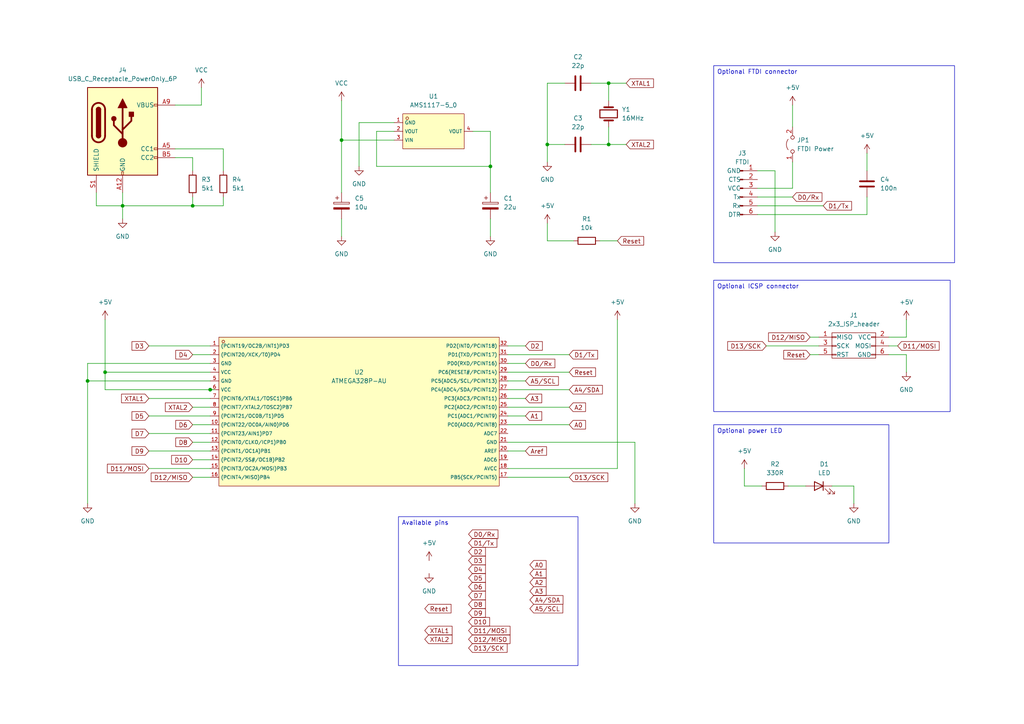
<source format=kicad_sch>
(kicad_sch (version 20231120) (generator "eeschema") (generator_version "8.0")
  (paper "A4")
  (lib_symbols
    (symbol "+5V_1" (power) (pin_numbers hide) (pin_names (offset 0) hide)
      (property "Value" "+5V" (at 0 3.556 0))
      (symbol "+5V_1_0_1"
        (polyline (pts (xy -0.762 1.27) (xy 0 2.54)))
        (polyline (pts (xy 0 0) (xy 0 2.54)))
        (polyline (pts (xy 0 2.54) (xy 0.762 1.27)))
      )
      (symbol "+5V_1_1_1"
        (pin power_in line (at 0 0 90) (length 0) (name "~") (number "1"))
      )
    )
    (symbol "+5V_2" (power) (pin_numbers hide) (pin_names (offset 0) hide)
      (property "Value" "+5V" (at 0 3.556 0))
      (symbol "+5V_2_0_1"
        (polyline (pts (xy -0.762 1.27) (xy 0 2.54)))
        (polyline (pts (xy 0 0) (xy 0 2.54)))
        (polyline (pts (xy 0 2.54) (xy 0.762 1.27)))
      )
      (symbol "+5V_2_1_1"
        (pin power_in line (at 0 0 90) (length 0) (name "~") (number "1"))
      )
    )
    (symbol "+5V_3" (power) (pin_numbers hide) (pin_names (offset 0) hide)
      (property "Value" "+5V" (at 0 3.556 0))
      (symbol "+5V_3_0_1"
        (polyline (pts (xy -0.762 1.27) (xy 0 2.54)))
        (polyline (pts (xy 0 0) (xy 0 2.54)))
        (polyline (pts (xy 0 2.54) (xy 0.762 1.27)))
      )
      (symbol "+5V_3_1_1"
        (pin power_in line (at 0 0 90) (length 0) (name "~") (number "1"))
      )
    )
    (symbol "Connector:USB_C_Receptacle_PowerOnly_6P" (pin_names (offset 1.016))
      (property "Reference" "J" (at 0 16.51 0))
      (property "Value" "USB_C_Receptacle_PowerOnly_6P" (at 0 13.97 0))
      (symbol "USB_C_Receptacle_PowerOnly_6P_0_0"
        (rectangle (start -0.254 -12.7) (end 0.254 -11.684))
        (rectangle (start 10.16 -7.366) (end 9.144 -7.874))
        (rectangle (start 10.16 -4.826) (end 9.144 -5.334))
        (rectangle (start 10.16 7.874) (end 9.144 7.366))
      )
      (symbol "USB_C_Receptacle_PowerOnly_6P_0_1"
        (rectangle (start -10.16 12.7) (end 10.16 -12.7) (stroke (width 0.254)) (fill (type background)))
        (arc (start -8.89 -1.27) (mid -6.985 -3.1667) (end -5.08 -1.27) (stroke (width 0.508)))
        (arc (start -7.62 -1.27) (mid -6.985 -1.9023) (end -6.35 -1.27) (stroke (width 0.254)))
        (arc (start -7.62 -1.27) (mid -6.985 -1.9023) (end -6.35 -1.27) (stroke (width 0.254)) (fill (type outline)))
        (rectangle (start -7.62 -1.27) (end -6.35 6.35) (stroke (width 0.254)) (fill (type outline)))
        (arc (start -6.35 6.35) (mid -6.985 6.9823) (end -7.62 6.35) (stroke (width 0.254)))
        (arc (start -6.35 6.35) (mid -6.985 6.9823) (end -7.62 6.35) (stroke (width 0.254)) (fill (type outline)))
        (arc (start -5.08 6.35) (mid -6.985 8.2467) (end -8.89 6.35) (stroke (width 0.508)))
        (circle (center -2.54 3.683) (radius 0.635) (stroke (width 0.254)) (fill (type outline)))
        (circle (center 0 -3.302) (radius 1.27) (fill (type outline)))
        (polyline (pts (xy -8.89 -1.27) (xy -8.89 6.35)) (stroke (width 0.508)))
        (polyline (pts (xy -5.08 6.35) (xy -5.08 -1.27)) (stroke (width 0.508)))
        (polyline (pts (xy 0 -3.302) (xy 0 6.858)) (stroke (width 0.508)))
        (polyline (pts (xy 0 -0.762) (xy -2.54 1.778) (xy -2.54 3.048)) (stroke (width 0.508)))
        (polyline (pts (xy 0 0.508) (xy 2.54 3.048) (xy 2.54 4.318)) (stroke (width 0.508)))
        (polyline (pts (xy -1.27 6.858) (xy 0 9.398) (xy 1.27 6.858) (xy -1.27 6.858)) (stroke (width 0.254)) (fill (type outline)))
        (rectangle (start 1.905 4.318) (end 3.175 5.588) (stroke (width 0.254)) (fill (type outline)))
      )
      (symbol "USB_C_Receptacle_PowerOnly_6P_1_1"
        (pin passive line (at 0 -17.78 90) (length 5.08) (name "GND") (number "A12"))
        (pin bidirectional line (at 15.24 -5.08 180) (length 5.08) (name "CC1") (number "A5"))
        (pin passive line (at 15.24 7.62 180) (length 5.08) (name "VBUS") (number "A9"))
        (pin passive line (at 0 -17.78 90) (length 5.08) hide (name "GND") (number "B12"))
        (pin bidirectional line (at 15.24 -7.62 180) (length 5.08) (name "CC2") (number "B5"))
        (pin passive line (at 15.24 7.62 180) (length 5.08) hide (name "VBUS") (number "B9"))
        (pin passive line (at -7.62 -17.78 90) (length 5.08) (name "SHIELD") (number "S1"))
      )
    )
    (symbol "Device:C" (pin_numbers hide) (pin_names (offset 0.254))
      (property "Reference" "C" (at 0.635 2.54 0))
      (property "Value" "C" (at 0.635 -2.54 0))
      (symbol "C_0_1"
        (polyline (pts (xy -2.032 -0.762) (xy 2.032 -0.762)) (stroke (width 0.508)))
        (polyline (pts (xy -2.032 0.762) (xy 2.032 0.762)) (stroke (width 0.508)))
      )
      (symbol "C_1_1"
        (pin passive line (at 0 3.81 270) (length 2.794) (name "~") (number "1"))
        (pin passive line (at 0 -3.81 90) (length 2.794) (name "~") (number "2"))
      )
    )
    (symbol "Device:C_Polarized" (pin_numbers hide) (pin_names (offset 0.254))
      (property "Reference" "C" (at 0.635 2.54 0))
      (property "Value" "C_Polarized" (at 0.635 -2.54 0))
      (symbol "C_Polarized_0_1"
        (rectangle (start -2.286 0.508) (end 2.286 1.016))
        (polyline (pts (xy -1.778 2.286) (xy -0.762 2.286)))
        (polyline (pts (xy -1.27 2.794) (xy -1.27 1.778)))
        (rectangle (start 2.286 -0.508) (end -2.286 -1.016) (fill (type outline)))
      )
      (symbol "C_Polarized_1_1"
        (pin passive line (at 0 3.81 270) (length 2.794) (name "~") (number "1"))
        (pin passive line (at 0 -3.81 90) (length 2.794) (name "~") (number "2"))
      )
    )
    (symbol "Device:Crystal" (pin_numbers hide) (pin_names (offset 1.016) hide)
      (property "Reference" "Y" (at 0 3.81 0))
      (property "Value" "Crystal" (at 0 -3.81 0))
      (symbol "Crystal_0_1"
        (rectangle (start -1.143 2.54) (end 1.143 -2.54) (stroke (width 0.3048)))
        (polyline (pts (xy -2.54 0) (xy -1.905 0)))
        (polyline (pts (xy -1.905 -1.27) (xy -1.905 1.27)) (stroke (width 0.508)))
        (polyline (pts (xy 1.905 -1.27) (xy 1.905 1.27)) (stroke (width 0.508)))
        (polyline (pts (xy 2.54 0) (xy 1.905 0)))
      )
      (symbol "Crystal_1_1"
        (pin passive line (at -3.81 0 0) (length 1.27) (name "1") (number "1"))
        (pin passive line (at 3.81 0 180) (length 1.27) (name "2") (number "2"))
      )
    )
    (symbol "Device:LED" (pin_numbers hide) (pin_names (offset 1.016) hide)
      (property "Reference" "D" (at 0 2.54 0))
      (property "Value" "LED" (at 0 -2.54 0))
      (symbol "LED_0_1"
        (polyline (pts (xy -1.27 -1.27) (xy -1.27 1.27)) (stroke (width 0.254)))
        (polyline (pts (xy -1.27 0) (xy 1.27 0)))
        (polyline (pts (xy 1.27 -1.27) (xy 1.27 1.27) (xy -1.27 0) (xy 1.27 -1.27)) (stroke (width 0.254)))
        (polyline (pts (xy -3.048 -0.762) (xy -4.572 -2.286) (xy -3.81 -2.286) (xy -4.572 -2.286) (xy -4.572 -1.524)))
        (polyline (pts (xy -1.778 -0.762) (xy -3.302 -2.286) (xy -2.54 -2.286) (xy -3.302 -2.286) (xy -3.302 -1.524)))
      )
      (symbol "LED_1_1"
        (pin passive line (at -3.81 0 0) (length 2.54) (name "K") (number "1"))
        (pin passive line (at 3.81 0 180) (length 2.54) (name "A") (number "2"))
      )
    )
    (symbol "Device:R" (pin_numbers hide) (pin_names (offset 0))
      (property "Reference" "R" (at 2.032 0 90))
      (property "Value" "R" (at 0 0 90))
      (symbol "R_0_1"
        (rectangle (start -1.016 -2.54) (end 1.016 2.54) (stroke (width 0.254)))
      )
      (symbol "R_1_1"
        (pin passive line (at 0 3.81 270) (length 1.27) (name "~") (number "1"))
        (pin passive line (at 0 -3.81 90) (length 1.27) (name "~") (number "2"))
      )
    )
    (symbol "GND_2" (power) (pin_numbers hide) (pin_names (offset 0) hide)
      (property "Value" "GND" (at 0 -3.81 0))
      (symbol "GND_2_0_1"
        (polyline (pts (xy 0 0) (xy 0 -1.27) (xy 1.27 -1.27) (xy 0 -2.54) (xy -1.27 -1.27) (xy 0 -1.27)))
      )
      (symbol "GND_2_1_1"
        (pin power_in line (at 0 0 270) (length 0) (name "~") (number "1"))
      )
    )
    (symbol "GND_3" (power) (pin_numbers hide) (pin_names (offset 0) hide)
      (property "Value" "GND" (at 0 -3.81 0))
      (symbol "GND_3_0_1"
        (polyline (pts (xy 0 0) (xy 0 -1.27) (xy 1.27 -1.27) (xy 0 -2.54) (xy -1.27 -1.27) (xy 0 -1.27)))
      )
      (symbol "GND_3_1_1"
        (pin power_in line (at 0 0 270) (length 0) (name "~") (number "1"))
      )
    )
    (symbol "GND_4" (power) (pin_numbers hide) (pin_names (offset 0) hide)
      (property "Value" "GND" (at 0 -3.81 0))
      (symbol "GND_4_0_1"
        (polyline (pts (xy 0 0) (xy 0 -1.27) (xy 1.27 -1.27) (xy 0 -2.54) (xy -1.27 -1.27) (xy 0 -1.27)))
      )
      (symbol "GND_4_1_1"
        (pin power_in line (at 0 0 270) (length 0) (name "~") (number "1"))
      )
    )
    (symbol "JLC2KiCad_Symbols:AMS1117-5_0"
      (property "Reference" "U" (at 3.81 3.81 0))
      (property "Value" "AMS1117-5_0" (at 11.43 -9.525 0))
      (symbol "AMS1117-5_0_0_0"
        (rectangle (start 2.54 2.54) (end 20.32 -7.62) (fill (type background)))
        (circle (center 3.81 1.27) (radius 0.381) (fill (type background)))
        (pin unspecified line (at 0 0 0) (length 2.54) (name "GND") (number "1"))
        (pin unspecified line (at 0 -2.54 0) (length 2.54) (name "VOUT") (number "2"))
        (pin unspecified line (at 0 -5.08 0) (length 2.54) (name "VIN") (number "3"))
        (pin unspecified line (at 22.86 -2.54 180) (length 2.54) (name "VOUT") (number "4"))
      )
    )
    (symbol "JLC2KiCad_Symbols:ATMEGA328P-AU"
      (property "Reference" "U" (at 4.445 4.445 0))
      (property "Value" "ATMEGA328P-AU" (at 43.18 -43.18 0))
      (symbol "ATMEGA328P-AU_0_0"
        (rectangle (start 2.54 2.54) (end 83.82 -40.64) (fill (type background)))
        (circle (center 3.81 1.27) (radius 0.381) (fill (type background)))
        (pin unspecified line (at 0 0 0) (length 2.54) (name "(PCINT19/OC2B/INT1)PD3") (number "1"))
        (pin unspecified line (at 0 -22.86 0) (length 2.54) (name "(PCINT22/OC0A/AIN0)PD6") (number "10"))
        (pin unspecified line (at 0 -25.4 0) (length 2.54) (name "(PCINT23/AIN1)PD7") (number "11"))
        (pin unspecified line (at 0 -27.94 0) (length 2.54) (name "(PCINT0/CLKO/ICP1)PB0") (number "12"))
        (pin unspecified line (at 0 -30.48 0) (length 2.54) (name "(PCINT1/OC1A)PB1") (number "13"))
        (pin unspecified line (at 0 -33.02 0) (length 2.54) (name "(PCINT2/SS#/OC1B)PB2") (number "14"))
        (pin unspecified line (at 0 -35.56 0) (length 2.54) (name "(PCINT3/OC2A/MOSI)PB3") (number "15"))
        (pin unspecified line (at 0 -38.1 0) (length 2.54) (name "(PCINT4/MISO)PB4") (number "16"))
        (pin unspecified line (at 86.36 -38.1 180) (length 2.54) (name "PB5(SCK/PCINT5)") (number "17"))
        (pin unspecified line (at 86.36 -35.56 180) (length 2.54) (name "AVCC") (number "18"))
        (pin unspecified line (at 86.36 -33.02 180) (length 2.54) (name "ADC6") (number "19"))
        (pin unspecified line (at 0 -2.54 0) (length 2.54) (name "(PCINT20/XCK/T0)PD4") (number "2"))
        (pin unspecified line (at 86.36 -30.48 180) (length 2.54) (name "AREF") (number "20"))
        (pin unspecified line (at 86.36 -27.94 180) (length 2.54) (name "GND") (number "21"))
        (pin unspecified line (at 86.36 -25.4 180) (length 2.54) (name "ADC7") (number "22"))
        (pin unspecified line (at 86.36 -22.86 180) (length 2.54) (name "PC0(ADC0/PCINT8)") (number "23"))
        (pin unspecified line (at 86.36 -20.32 180) (length 2.54) (name "PC1(ADC1/PCINT9)") (number "24"))
        (pin unspecified line (at 86.36 -17.78 180) (length 2.54) (name "PC2(ADC2/PCINT10)") (number "25"))
        (pin unspecified line (at 86.36 -15.24 180) (length 2.54) (name "PC3(ADC3/PCINT11)") (number "26"))
        (pin unspecified line (at 86.36 -12.7 180) (length 2.54) (name "PC4(ADC4/SDA/PCINT12)") (number "27"))
        (pin unspecified line (at 86.36 -10.16 180) (length 2.54) (name "PC5(ADC5/SCL/PCINT13)") (number "28"))
        (pin unspecified line (at 86.36 -7.62 180) (length 2.54) (name "PC6(RESET#/PCINT14)") (number "29"))
        (pin unspecified line (at 0 -5.08 0) (length 2.54) (name "GND") (number "3"))
        (pin unspecified line (at 86.36 -5.08 180) (length 2.54) (name "PD0(RXD/PCINT16)") (number "30"))
        (pin unspecified line (at 86.36 -2.54 180) (length 2.54) (name "PD1(TXD/PCINT17)") (number "31"))
        (pin unspecified line (at 86.36 0 180) (length 2.54) (name "PD2(INT0/PCINT18)") (number "32"))
        (pin unspecified line (at 0 -7.62 0) (length 2.54) (name "VCC") (number "4"))
        (pin unspecified line (at 0 -10.16 0) (length 2.54) (name "GND") (number "5"))
        (pin unspecified line (at 0 -12.7 0) (length 2.54) (name "VCC") (number "6"))
        (pin unspecified line (at 0 -15.24 0) (length 2.54) (name "(PCINT6/XTAL1/TOSC1)PB6") (number "7"))
        (pin unspecified line (at 0 -17.78 0) (length 2.54) (name "(PCINT7/XTAL2/TOSC2)PB7") (number "8"))
        (pin unspecified line (at 0 -20.32 0) (length 2.54) (name "(PCINT21/OC0B/T1)PD5") (number "9"))
      )
    )
    (symbol "Jumper:Jumper_2_Open" (pin_names (offset 0) hide)
      (property "Reference" "JP" (at 0 2.794 0))
      (property "Value" "Jumper_2_Open" (at 0 -2.286 0))
      (symbol "Jumper_2_Open_0_0"
        (circle (center -2.032 0) (radius 0.508))
        (circle (center 2.032 0) (radius 0.508))
      )
      (symbol "Jumper_2_Open_0_1"
        (arc (start 1.524 1.27) (mid 0 1.778) (end -1.524 1.27))
      )
      (symbol "Jumper_2_Open_1_1"
        (pin passive line (at -5.08 0 0) (length 2.54) (name "A") (number "1"))
        (pin passive line (at 5.08 0 180) (length 2.54) (name "B") (number "2"))
      )
    )
    (symbol "My_Headers:2x3_ISP_header" (pin_names (offset 1.27))
      (property "Reference" "J" (at 1.27 5.08 0))
      (property "Value" "2x3_ISP_header" (at 4.826 -4.826 0))
      (symbol "2x3_ISP_header_0_1"
        (rectangle (start -1.27 -3.556) (end 11.43 3.81))
      )
      (symbol "2x3_ISP_header_1_1"
        (rectangle (start -1.27 -2.413) (end 0 -2.667) (stroke (width 0.1524)))
        (rectangle (start -1.27 0.127) (end 0 -0.127) (stroke (width 0.1524)))
        (rectangle (start -1.27 2.667) (end 0 2.413) (stroke (width 0.1524)))
        (rectangle (start 11.43 -2.413) (end 10.16 -2.667) (stroke (width 0.1524)))
        (rectangle (start 11.43 0.127) (end 10.16 -0.127) (stroke (width 0.1524)))
        (rectangle (start 11.43 2.667) (end 10.16 2.413) (stroke (width 0.1524)))
        (pin passive line (at -5.08 2.54 0) (length 3.81) (name "MISO") (number "1"))
        (pin passive line (at 15.24 2.54 180) (length 3.81) (name "VCC") (number "2"))
        (pin passive line (at -5.08 0 0) (length 3.81) (name "SCK") (number "3"))
        (pin passive line (at 15.24 0 180) (length 3.81) (name "MOSI") (number "4"))
        (pin passive line (at -5.08 -2.54 0) (length 3.81) (name "RST") (number "5"))
        (pin passive line (at 15.24 -2.54 180) (length 3.81) (name "GND") (number "6"))
      )
    )
    (symbol "My_Headers:6-pin_FTDI_header" (pin_names (offset 1.016))
      (property "Reference" "J" (at 0 7.62 0))
      (property "Value" "6-pin_FTDI_header" (at 0 -10.16 0))
      (symbol "6-pin_FTDI_header_1_1"
        (polyline (pts (xy 1.27 -7.62) (xy 0.8636 -7.62)) (stroke (width 0.1524)))
        (polyline (pts (xy 1.27 -5.08) (xy 0.8636 -5.08)) (stroke (width 0.1524)))
        (polyline (pts (xy 1.27 -2.54) (xy 0.8636 -2.54)) (stroke (width 0.1524)))
        (polyline (pts (xy 1.27 0) (xy 0.8636 0)) (stroke (width 0.1524)))
        (polyline (pts (xy 1.27 2.54) (xy 0.8636 2.54)) (stroke (width 0.1524)))
        (polyline (pts (xy 1.27 5.08) (xy 0.8636 5.08)) (stroke (width 0.1524)))
        (rectangle (start 0.8636 -7.493) (end 0 -7.747) (stroke (width 0.1524)) (fill (type outline)))
        (rectangle (start 0.8636 -4.953) (end 0 -5.207) (stroke (width 0.1524)) (fill (type outline)))
        (rectangle (start 0.8636 -2.413) (end 0 -2.667) (stroke (width 0.1524)) (fill (type outline)))
        (rectangle (start 0.8636 0.127) (end 0 -0.127) (stroke (width 0.1524)) (fill (type outline)))
        (rectangle (start 0.8636 2.667) (end 0 2.413) (stroke (width 0.1524)) (fill (type outline)))
        (rectangle (start 0.8636 5.207) (end 0 4.953) (stroke (width 0.1524)) (fill (type outline)))
        (pin passive line (at 5.08 5.08 180) (length 3.81) (name "GND") (number "1"))
        (pin passive line (at 5.08 2.54 180) (length 3.81) (name "CTS") (number "2"))
        (pin passive line (at 5.08 0 180) (length 3.81) (name "VCC") (number "3"))
        (pin passive line (at 5.08 -2.54 180) (length 3.81) (name "Tx") (number "4"))
        (pin passive line (at 5.08 -5.08 180) (length 3.81) (name "Rx") (number "5"))
        (pin passive line (at 5.08 -7.62 180) (length 3.81) (name "DTR") (number "6"))
      )
    )
    (symbol "power:+5V" (power) (pin_names (offset 0))
      (property "Value" "+5V" (at 0 3.556 0))
      (symbol "+5V_0_1"
        (polyline (pts (xy -0.762 1.27) (xy 0 2.54)))
        (polyline (pts (xy 0 0) (xy 0 2.54)))
        (polyline (pts (xy 0 2.54) (xy 0.762 1.27)))
      )
      (symbol "+5V_1_1"
        (pin power_in line (at 0 0 90) (length 0) hide (name "+5V") (number "1"))
      )
    )
    (symbol "power:GND" (power) (pin_names (offset 0))
      (property "Value" "GND" (at 0 -3.81 0))
      (symbol "GND_0_1"
        (polyline (pts (xy 0 0) (xy 0 -1.27) (xy 1.27 -1.27) (xy 0 -2.54) (xy -1.27 -1.27) (xy 0 -1.27)))
      )
      (symbol "GND_1_1"
        (pin power_in line (at 0 0 270) (length 0) hide (name "GND") (number "1"))
      )
    )
    (symbol "power:VCC" (power) (pin_names (offset 0))
      (property "Value" "VCC" (at 0 3.81 0))
      (symbol "VCC_0_1"
        (polyline (pts (xy -0.762 1.27) (xy 0 2.54)))
        (polyline (pts (xy 0 0) (xy 0 2.54)))
        (polyline (pts (xy 0 2.54) (xy 0.762 1.27)))
      )
      (symbol "VCC_1_1"
        (pin power_in line (at 0 0 90) (length 0) hide (name "VCC") (number "1"))
      )
    )
  )
  (junction (at 158.75 41.91))
  (junction (at 55.88 59.69))
  (junction (at 99.06 40.64))
  (junction (at 35.56 59.69))
  (junction (at 176.53 24.13))
  (junction (at 176.53 41.91))
  (junction (at 30.48 107.95))
  (junction (at 60.96 113.03))
  (junction (at 25.4 110.49))
  (junction (at 142.24 48.26))
  (wire (pts (xy 262.89 97.79) (xy 262.89 92.71)))
  (wire (pts (xy 251.46 57.15) (xy 251.46 62.23)))
  (wire (pts (xy 262.89 102.87) (xy 262.89 107.95)))
  (wire (pts (xy 166.37 69.85) (xy 158.75 69.85)))
  (wire (pts (xy 50.8 43.18) (xy 64.77 43.18)))
  (wire (pts (xy 147.32 115.57) (xy 152.4 115.57)))
  (wire (pts (xy 176.53 41.91) (xy 171.45 41.91)))
  (wire (pts (xy 55.88 45.72) (xy 50.8 45.72)))
  (wire (pts (xy 60.96 128.27) (xy 55.88 128.27)))
  (wire (pts (xy 142.24 48.26) (xy 142.24 55.88)))
  (wire (pts (xy 158.75 24.13) (xy 158.75 41.91)))
  (wire (pts (xy 234.95 102.87) (xy 237.49 102.87)))
  (wire (pts (xy 60.96 135.89) (xy 43.18 135.89)))
  (wire (pts (xy 147.32 123.19) (xy 165.1 123.19)))
  (wire (pts (xy 64.77 43.18) (xy 64.77 49.53)))
  (wire (pts (xy 147.32 138.43) (xy 165.1 138.43)))
  (wire (pts (xy 25.4 110.49) (xy 60.96 110.49)))
  (wire (pts (xy 25.4 146.05) (xy 25.4 110.49)))
  (wire (pts (xy 163.83 24.13) (xy 158.75 24.13)))
  (wire (pts (xy 158.75 41.91) (xy 163.83 41.91)))
  (wire (pts (xy 109.22 48.26) (xy 142.24 48.26)))
  (wire (pts (xy 219.71 49.53) (xy 224.79 49.53)))
  (wire (pts (xy 60.96 138.43) (xy 55.88 138.43)))
  (wire (pts (xy 176.53 41.91) (xy 181.61 41.91)))
  (wire (pts (xy 251.46 62.23) (xy 219.71 62.23)))
  (wire (pts (xy 147.32 110.49) (xy 152.4 110.49)))
  (wire (pts (xy 99.06 40.64) (xy 99.06 29.21)))
  (wire (pts (xy 64.77 57.15) (xy 64.77 59.69)))
  (wire (pts (xy 147.32 105.41) (xy 152.4 105.41)))
  (wire (pts (xy 224.79 49.53) (xy 224.79 67.31)))
  (wire (pts (xy 114.3 38.1) (xy 109.22 38.1)))
  (wire (pts (xy 142.24 48.26) (xy 142.24 38.1)))
  (wire (pts (xy 220.98 140.97) (xy 215.9 140.97)))
  (wire (pts (xy 179.07 92.71) (xy 179.07 135.89)))
  (wire (pts (xy 30.48 107.95) (xy 30.48 92.71)))
  (wire (pts (xy 176.53 29.21) (xy 176.53 24.13)))
  (wire (pts (xy 30.48 107.95) (xy 60.96 107.95)))
  (wire (pts (xy 229.87 30.48) (xy 229.87 36.83)))
  (wire (pts (xy 222.25 100.33) (xy 237.49 100.33)))
  (wire (pts (xy 99.06 40.64) (xy 99.06 55.88)))
  (wire (pts (xy 251.46 44.45) (xy 251.46 49.53)))
  (wire (pts (xy 142.24 63.5) (xy 142.24 68.58)))
  (wire (pts (xy 257.81 100.33) (xy 260.35 100.33)))
  (wire (pts (xy 219.71 57.15) (xy 229.87 57.15)))
  (wire (pts (xy 215.9 135.89) (xy 215.9 140.97)))
  (wire (pts (xy 60.96 123.19) (xy 55.88 123.19)))
  (wire (pts (xy 147.32 113.03) (xy 165.1 113.03)))
  (wire (pts (xy 257.81 97.79) (xy 262.89 97.79)))
  (wire (pts (xy 60.96 125.73) (xy 43.18 125.73)))
  (wire (pts (xy 64.77 59.69) (xy 55.88 59.69)))
  (wire (pts (xy 158.75 69.85) (xy 158.75 64.77)))
  (wire (pts (xy 27.94 59.69) (xy 35.56 59.69)))
  (wire (pts (xy 55.88 57.15) (xy 55.88 59.69)))
  (wire (pts (xy 35.56 55.88) (xy 35.56 59.69)))
  (wire (pts (xy 35.56 59.69) (xy 35.56 63.5)))
  (wire (pts (xy 50.8 30.48) (xy 58.42 30.48)))
  (wire (pts (xy 60.96 105.41) (xy 25.4 105.41)))
  (wire (pts (xy 58.42 30.48) (xy 58.42 25.4)))
  (wire (pts (xy 55.88 49.53) (xy 55.88 45.72)))
  (wire (pts (xy 173.99 69.85) (xy 179.07 69.85)))
  (wire (pts (xy 27.94 55.88) (xy 27.94 59.69)))
  (wire (pts (xy 60.96 102.87) (xy 55.88 102.87)))
  (wire (pts (xy 60.96 118.11) (xy 55.88 118.11)))
  (wire (pts (xy 60.96 115.57) (xy 43.18 115.57)))
  (wire (pts (xy 99.06 63.5) (xy 99.06 68.58)))
  (wire (pts (xy 60.96 113.03) (xy 30.48 113.03)))
  (wire (pts (xy 247.65 140.97) (xy 247.65 146.05)))
  (wire (pts (xy 114.3 35.56) (xy 104.14 35.56)))
  (wire (pts (xy 142.24 38.1) (xy 137.16 38.1)))
  (wire (pts (xy 176.53 36.83) (xy 176.53 41.91)))
  (wire (pts (xy 147.32 120.65) (xy 152.4 120.65)))
  (wire (pts (xy 104.14 35.56) (xy 104.14 48.26)))
  (wire (pts (xy 176.53 24.13) (xy 171.45 24.13)))
  (wire (pts (xy 241.3 140.97) (xy 247.65 140.97)))
  (wire (pts (xy 147.32 135.89) (xy 179.07 135.89)))
  (wire (pts (xy 147.32 107.95) (xy 165.1 107.95)))
  (wire (pts (xy 147.32 102.87) (xy 165.1 102.87)))
  (wire (pts (xy 62.23 113.03) (xy 60.96 113.03)))
  (wire (pts (xy 147.32 118.11) (xy 165.1 118.11)))
  (wire (pts (xy 184.15 146.05) (xy 184.15 128.27)))
  (wire (pts (xy 60.96 100.33) (xy 43.18 100.33)))
  (wire (pts (xy 229.87 46.99) (xy 229.87 54.61)))
  (wire (pts (xy 114.3 40.64) (xy 99.06 40.64)))
  (wire (pts (xy 60.96 130.81) (xy 43.18 130.81)))
  (wire (pts (xy 219.71 59.69) (xy 238.76 59.69)))
  (wire (pts (xy 228.6 140.97) (xy 233.68 140.97)))
  (wire (pts (xy 158.75 41.91) (xy 158.75 46.99)))
  (wire (pts (xy 184.15 128.27) (xy 147.32 128.27)))
  (wire (pts (xy 60.96 120.65) (xy 43.18 120.65)))
  (wire (pts (xy 147.32 100.33) (xy 152.4 100.33)))
  (wire (pts (xy 176.53 24.13) (xy 181.61 24.13)))
  (wire (pts (xy 234.95 97.79) (xy 237.49 97.79)))
  (wire (pts (xy 60.96 133.35) (xy 55.88 133.35)))
  (wire (pts (xy 25.4 105.41) (xy 25.4 110.49)))
  (wire (pts (xy 257.81 102.87) (xy 262.89 102.87)))
  (wire (pts (xy 109.22 38.1) (xy 109.22 48.26)))
  (wire (pts (xy 219.71 54.61) (xy 229.87 54.61)))
  (wire (pts (xy 55.88 59.69) (xy 35.56 59.69)))
  (wire (pts (xy 30.48 113.03) (xy 30.48 107.95)))
  (wire (pts (xy 147.32 130.81) (xy 152.4 130.81)))
  (text_box "Optional FTDI connector" (at 207.01 19.05 0) (size 69.85 57.15) (effects (font (size 1.27 1.27)) (justify left top)))
  (text_box "Available pins" (at 115.57 149.86 0) (size 52.07 43.18) (effects (font (size 1.27 1.27)) (justify left top)))
  (text_box "Optional ICSP connector" (at 207.01 81.28 0) (size 68.58 38.1) (effects (font (size 1.27 1.27)) (justify left top)))
  (text_box "Optional power LED" (at 207.01 123.19 0) (size 50.8 34.29) (effects (font (size 1.27 1.27)) (justify left top)))
  (global_label "D1{slash}Tx" (shape input) (at 238.76 59.69 0) (property "Intersheetrefs" "${INTERSHEET_REFS}" (effects (hide yes))))
  (global_label "D11{slash}MOSI" (shape input) (at 135.89 182.88 0) (property "Intersheetrefs" "${INTERSHEET_REFS}" (effects (hide yes))))
  (global_label "XTAL2" (shape input) (at 181.61 41.91 0) (property "Intersheetrefs" "${INTERSHEET_REFS}" (effects (hide yes))))
  (global_label "D0{slash}Rx" (shape input) (at 229.87 57.15 0) (property "Intersheetrefs" "${INTERSHEET_REFS}" (effects (hide yes))))
  (global_label "Aref" (shape input) (at 152.4 130.81 0) (property "Intersheetrefs" "${INTERSHEET_REFS}" (effects (hide yes))))
  (global_label "D2" (shape input) (at 135.89 160.02 0) (property "Intersheetrefs" "${INTERSHEET_REFS}" (effects (hide yes))))
  (global_label "D5" (shape input) (at 135.89 167.64 0) (property "Intersheetrefs" "${INTERSHEET_REFS}" (effects (hide yes))))
  (global_label "A3" (shape input) (at 152.4 115.57 0) (property "Intersheetrefs" "${INTERSHEET_REFS}" (effects (hide yes))))
  (global_label "D4" (shape input) (at 55.88 102.87 180) (property "Intersheetrefs" "${INTERSHEET_REFS}" (effects (hide yes))))
  (global_label "D8" (shape input) (at 135.89 175.26 0) (property "Intersheetrefs" "${INTERSHEET_REFS}" (effects (hide yes))))
  (global_label "Reset" (shape input) (at 179.07 69.85 0) (property "Intersheetrefs" "${INTERSHEET_REFS}" (effects (hide yes))))
  (global_label "D3" (shape input) (at 135.89 162.56 0) (property "Intersheetrefs" "${INTERSHEET_REFS}" (effects (hide yes))))
  (global_label "A4{slash}SDA" (shape input) (at 165.1 113.03 0) (property "Intersheetrefs" "${INTERSHEET_REFS}" (effects (hide yes))))
  (global_label "D7" (shape input) (at 43.18 125.73 180) (property "Intersheetrefs" "${INTERSHEET_REFS}" (effects (hide yes))))
  (global_label "D13{slash}SCK" (shape input) (at 135.89 187.96 0) (property "Intersheetrefs" "${INTERSHEET_REFS}" (effects (hide yes))))
  (global_label "D9" (shape input) (at 135.89 177.8 0) (property "Intersheetrefs" "${INTERSHEET_REFS}" (effects (hide yes))))
  (global_label "XTAL1" (shape input) (at 123.19 182.88 0) (property "Intersheetrefs" "${INTERSHEET_REFS}" (effects (hide yes))))
  (global_label "A5{slash}SCL" (shape input) (at 152.4 110.49 0) (property "Intersheetrefs" "${INTERSHEET_REFS}" (effects (hide yes))))
  (global_label "D10" (shape input) (at 55.88 133.35 180) (property "Intersheetrefs" "${INTERSHEET_REFS}" (effects (hide yes))))
  (global_label "D0{slash}Rx" (shape input) (at 135.89 154.94 0) (property "Intersheetrefs" "${INTERSHEET_REFS}" (effects (hide yes))))
  (global_label "Reset" (shape input) (at 123.19 176.53 0) (property "Intersheetrefs" "${INTERSHEET_REFS}" (effects (hide yes))))
  (global_label "A1" (shape input) (at 153.67 166.37 0) (property "Intersheetrefs" "${INTERSHEET_REFS}" (effects (hide yes))))
  (global_label "D11{slash}MOSI" (shape input) (at 43.18 135.89 180) (property "Intersheetrefs" "${INTERSHEET_REFS}" (effects (hide yes))))
  (global_label "D1{slash}Tx" (shape input) (at 165.1 102.87 0) (property "Intersheetrefs" "${INTERSHEET_REFS}" (effects (hide yes))))
  (global_label "A3" (shape input) (at 153.67 171.45 0) (property "Intersheetrefs" "${INTERSHEET_REFS}" (effects (hide yes))))
  (global_label "A4{slash}SDA" (shape input) (at 153.67 173.99 0) (property "Intersheetrefs" "${INTERSHEET_REFS}" (effects (hide yes))))
  (global_label "D12{slash}MISO" (shape input) (at 135.89 185.42 0) (property "Intersheetrefs" "${INTERSHEET_REFS}" (effects (hide yes))))
  (global_label "XTAL2" (shape input) (at 123.19 185.42 0) (property "Intersheetrefs" "${INTERSHEET_REFS}" (effects (hide yes))))
  (global_label "XTAL1" (shape input) (at 43.18 115.57 180) (property "Intersheetrefs" "${INTERSHEET_REFS}" (effects (hide yes))))
  (global_label "D1{slash}Tx" (shape input) (at 135.89 157.48 0) (property "Intersheetrefs" "${INTERSHEET_REFS}" (effects (hide yes))))
  (global_label "D6" (shape input) (at 135.89 170.18 0) (property "Intersheetrefs" "${INTERSHEET_REFS}" (effects (hide yes))))
  (global_label "A2" (shape input) (at 153.67 168.91 0) (property "Intersheetrefs" "${INTERSHEET_REFS}" (effects (hide yes))))
  (global_label "D2" (shape input) (at 152.4 100.33 0) (property "Intersheetrefs" "${INTERSHEET_REFS}" (effects (hide yes))))
  (global_label "D12{slash}MISO" (shape input) (at 55.88 138.43 180) (property "Intersheetrefs" "${INTERSHEET_REFS}" (effects (hide yes))))
  (global_label "D13{slash}SCK" (shape input) (at 165.1 138.43 0) (property "Intersheetrefs" "${INTERSHEET_REFS}" (effects (hide yes))))
  (global_label "A1" (shape input) (at 152.4 120.65 0) (property "Intersheetrefs" "${INTERSHEET_REFS}" (effects (hide yes))))
  (global_label "D13{slash}SCK" (shape input) (at 222.25 100.33 180) (property "Intersheetrefs" "${INTERSHEET_REFS}" (effects (hide yes))))
  (global_label "D11{slash}MOSI" (shape input) (at 260.35 100.33 0) (property "Intersheetrefs" "${INTERSHEET_REFS}" (effects (hide yes))))
  (global_label "A0" (shape input) (at 165.1 123.19 0) (property "Intersheetrefs" "${INTERSHEET_REFS}" (effects (hide yes))))
  (global_label "A5{slash}SCL" (shape input) (at 153.67 176.53 0) (property "Intersheetrefs" "${INTERSHEET_REFS}" (effects (hide yes))))
  (global_label "XTAL1" (shape input) (at 181.61 24.13 0) (property "Intersheetrefs" "${INTERSHEET_REFS}" (effects (hide yes))))
  (global_label "D12{slash}MISO" (shape input) (at 234.95 97.79 180) (property "Intersheetrefs" "${INTERSHEET_REFS}" (effects (hide yes))))
  (global_label "D4" (shape input) (at 135.89 165.1 0) (property "Intersheetrefs" "${INTERSHEET_REFS}" (effects (hide yes))))
  (global_label "A2" (shape input) (at 165.1 118.11 0) (property "Intersheetrefs" "${INTERSHEET_REFS}" (effects (hide yes))))
  (global_label "D10" (shape input) (at 135.89 180.34 0) (property "Intersheetrefs" "${INTERSHEET_REFS}" (effects (hide yes))))
  (global_label "A0" (shape input) (at 153.67 163.83 0) (property "Intersheetrefs" "${INTERSHEET_REFS}" (effects (hide yes))))
  (global_label "D3" (shape input) (at 43.18 100.33 180) (property "Intersheetrefs" "${INTERSHEET_REFS}" (effects (hide yes))))
  (global_label "D6" (shape input) (at 55.88 123.19 180) (property "Intersheetrefs" "${INTERSHEET_REFS}" (effects (hide yes))))
  (global_label "Reset" (shape input) (at 165.1 107.95 0) (property "Intersheetrefs" "${INTERSHEET_REFS}" (effects (hide yes))))
  (global_label "Reset" (shape input) (at 234.95 102.87 180) (property "Intersheetrefs" "${INTERSHEET_REFS}" (effects (hide yes))))
  (global_label "D7" (shape input) (at 135.89 172.72 0) (property "Intersheetrefs" "${INTERSHEET_REFS}" (effects (hide yes))))
  (global_label "D9" (shape input) (at 43.18 130.81 180) (property "Intersheetrefs" "${INTERSHEET_REFS}" (effects (hide yes))))
  (global_label "XTAL2" (shape input) (at 55.88 118.11 180) (property "Intersheetrefs" "${INTERSHEET_REFS}" (effects (hide yes))))
  (global_label "D8" (shape input) (at 55.88 128.27 180) (property "Intersheetrefs" "${INTERSHEET_REFS}" (effects (hide yes))))
  (global_label "D0{slash}Rx" (shape input) (at 152.4 105.41 0) (property "Intersheetrefs" "${INTERSHEET_REFS}" (effects (hide yes))))
  (global_label "D5" (shape input) (at 43.18 120.65 180) (property "Intersheetrefs" "${INTERSHEET_REFS}" (effects (hide yes))))
  (symbol (lib_id "Device:LED") (at 237.49 140.97 0) (mirror y) (unit 1)
    (property "Reference" "D1" (at 239.0775 134.62 0))
    (property "Value" "LED" (at 239.0775 137.16 0))
    (property "Footprint" "LED_SMD:LED_1206_3216Metric_Pad1.42x1.75mm_HandSolder" (effects (hide yes)))
    (property "Description" "Light emitting diode" (effects (hide yes)))
  )
  (symbol (lib_id "power:GND") (at 99.06 68.58 0) (unit 1)
    (property "Reference" "#PWR0104" (effects (hide yes)))
    (property "Value" "GND" (at 99.06 73.66 0))
  )
  (symbol (lib_name "+5V_3") (lib_id "power:+5V") (at 262.89 92.71 0) (unit 1)
    (property "Reference" "#PWR4" (effects (hide yes)))
    (property "Value" "+5V" (at 262.89 87.63 0))
    (property "Description" "Power symbol creates a global label with name \"+5V\"" (effects (hide yes)))
  )
  (symbol (lib_id "power:+5V") (at 30.48 92.71 0) (unit 1)
    (property "Reference" "#PWR0101" (effects (hide yes)))
    (property "Value" "+5V" (at 30.48 87.63 0))
  )
  (symbol (lib_id "power:VCC") (at 58.42 25.4 0) (unit 1)
    (property "Reference" "#PWR0111" (effects (hide yes)))
    (property "Value" "VCC" (at 58.42 20.32 0))
  )
  (symbol (lib_id "power:VCC") (at 99.06 29.21 0) (unit 1)
    (property "Reference" "#PWR0103" (effects (hide yes)))
    (property "Value" "VCC" (at 99.06 24.13 0))
  )
  (symbol (lib_name "+5V_1") (lib_id "power:+5V") (at 215.9 135.89 0) (unit 1)
    (property "Reference" "#PWR6" (effects (hide yes)))
    (property "Value" "+5V" (at 215.9 130.81 0))
    (property "Description" "Power symbol creates a global label with name \"+5V\"" (effects (hide yes)))
  )
  (symbol (lib_name "GND_2") (lib_id "power:GND") (at 247.65 146.05 0) (unit 1)
    (property "Reference" "#PWR7" (effects (hide yes)))
    (property "Value" "GND" (at 247.65 151.13 0))
    (property "Description" "Power symbol creates a global label with name \"GND\" , ground" (effects (hide yes)))
  )
  (symbol (lib_id "Device:R") (at 170.18 69.85 90) (unit 1)
    (property "Reference" "R1" (at 170.18 63.5 90))
    (property "Value" "10k" (at 170.18 66.04 90))
    (property "Footprint" "Resistor_SMD:R_1206_3216Metric_Pad1.30x1.75mm_HandSolder" (effects (hide yes)))
    (property "Description" "Resistor" (effects (hide yes)))
  )
  (symbol (lib_id "power:GND") (at 142.24 68.58 0) (unit 1)
    (property "Reference" "#PWR0115" (effects (hide yes)))
    (property "Value" "GND" (at 142.24 73.66 0))
  )
  (symbol (lib_id "power:GND") (at 25.4 146.05 0) (unit 1)
    (property "Reference" "#PWR0110" (effects (hide yes)))
    (property "Value" "GND" (at 25.4 151.13 0))
  )
  (symbol (lib_id "Device:C") (at 167.64 41.91 90) (unit 1)
    (property "Reference" "C3" (at 167.64 34.29 90))
    (property "Value" "22p" (at 167.64 36.83 90))
    (property "Footprint" "Capacitor_SMD:C_1206_3216Metric_Pad1.33x1.80mm_HandSolder" (effects (hide yes)))
  )
  (symbol (lib_id "power:+5V") (at 251.46 44.45 0) (unit 1)
    (property "Reference" "#PWR3" (effects (hide yes)))
    (property "Value" "+5V" (at 251.46 39.37 0))
  )
  (symbol (lib_id "My_Headers:6-pin_FTDI_header") (at 214.63 54.61 0) (unit 1)
    (property "Reference" "J3" (at 215.265 44.45 0))
    (property "Value" "FTDI" (at 215.265 46.99 0))
    (property "Footprint" "Connector_PinHeader_2.54mm:PinHeader_1x06_P2.54mm_Vertical_SMD_Pin1Left" (effects (hide yes)))
  )
  (symbol (lib_id "Jumper:Jumper_2_Open") (at 229.87 41.91 90) (unit 1)
    (property "Reference" "JP1" (at 231.14 40.6399 90) (effects (justify right)))
    (property "Value" "FTDI Power" (at 231.14 43.1799 90) (effects (justify right)))
    (property "Footprint" "Button_Switch_SMD:SW_DIP_SPSTx01_Slide_6.7x4.1mm_W6.73mm_P2.54mm_LowProfile_JPin" (effects (hide yes)))
  )
  (symbol (lib_id "JLC2KiCad_Symbols:ATMEGA328P-AU") (at 60.96 100.33 0) (unit 1)
    (property "Reference" "U2" (at 104.14 107.95 0))
    (property "Value" "ATMEGA328P-AU" (at 104.14 110.49 0))
    (property "Footprint" "Package_QFP:TQFP-32_7x7mm_P0.8mm" (effects (hide yes)))
    (property "Datasheet" "https://item.szlcsc.com/15549.html" (effects (hide yes)))
    (property "LCSC" "C14877" (effects (hide yes)))
  )
  (symbol (lib_id "power:GND") (at 35.56 63.5 0) (unit 1)
    (property "Reference" "#PWR0112" (effects (hide yes)))
    (property "Value" "GND" (at 35.56 68.58 0))
  )
  (symbol (lib_id "Device:R") (at 64.77 53.34 0) (unit 1)
    (property "Reference" "R4" (at 67.31 52.0699 0) (effects (justify left)))
    (property "Value" "5k1" (at 67.31 54.6099 0) (effects (justify left)))
    (property "Footprint" "Resistor_SMD:R_1206_3216Metric_Pad1.30x1.75mm_HandSolder" (effects (hide yes)))
    (property "Description" "Resistor" (effects (hide yes)))
  )
  (symbol (lib_id "power:GND") (at 104.14 48.26 0) (unit 1)
    (property "Reference" "#PWR0105" (effects (hide yes)))
    (property "Value" "GND" (at 104.14 53.34 0))
  )
  (symbol (lib_id "Device:C") (at 167.64 24.13 90) (unit 1)
    (property "Reference" "C2" (at 167.64 16.51 90))
    (property "Value" "22p" (at 167.64 19.05 90))
    (property "Footprint" "Capacitor_SMD:C_1206_3216Metric_Pad1.33x1.80mm_HandSolder" (effects (hide yes)))
  )
  (symbol (lib_id "power:GND") (at 158.75 46.99 0) (unit 1)
    (property "Reference" "#PWR10" (effects (hide yes)))
    (property "Value" "GND" (at 158.75 52.07 0))
  )
  (symbol (lib_id "power:GND") (at 184.15 146.05 0) (unit 1)
    (property "Reference" "#PWR0114" (effects (hide yes)))
    (property "Value" "GND" (at 184.15 151.13 0))
  )
  (symbol (lib_name "GND_3") (lib_id "power:GND") (at 124.46 166.37 0) (unit 1)
    (property "Reference" "#PWR9" (effects (hide yes)))
    (property "Value" "GND" (at 124.46 171.45 0))
    (property "Description" "Power symbol creates a global label with name \"GND\" , ground" (effects (hide yes)))
  )
  (symbol (lib_name "+5V_2") (lib_id "power:+5V") (at 124.46 162.56 0) (unit 1)
    (property "Reference" "#PWR8" (effects (hide yes)))
    (property "Value" "+5V" (at 124.46 157.48 0))
    (property "Description" "Power symbol creates a global label with name \"+5V\"" (effects (hide yes)))
  )
  (symbol (lib_id "Device:C") (at 251.46 53.34 0) (unit 1)
    (property "Reference" "C4" (at 255.27 52.0699 0) (effects (justify left)))
    (property "Value" "100n" (at 255.27 54.6099 0) (effects (justify left)))
    (property "Footprint" "Capacitor_SMD:C_1206_3216Metric_Pad1.33x1.80mm_HandSolder" (effects (hide yes)))
    (property "Description" "Unpolarized capacitor" (effects (hide yes)))
  )
  (symbol (lib_id "JLC2KiCad_Symbols:AMS1117-5_0") (at 114.3 35.56 0) (unit 1)
    (property "Reference" "U1" (at 125.73 27.94 0))
    (property "Value" "AMS1117-5_0" (at 125.73 30.48 0))
    (property "Footprint" "Package_TO_SOT_SMD:SOT-223" (effects (hide yes)))
    (property "Datasheet" "https://item.szlcsc.com/109711.html" (effects (hide yes)))
    (property "LCSC" "C6187" (effects (hide yes)))
  )
  (symbol (lib_id "power:+5V") (at 158.75 64.77 0) (unit 1)
    (property "Reference" "#PWR0102" (effects (hide yes)))
    (property "Value" "+5V" (at 158.75 59.69 0))
  )
  (symbol (lib_id "power:GND") (at 224.79 67.31 0) (unit 1)
    (property "Reference" "#PWR1" (effects (hide yes)))
    (property "Value" "GND" (at 224.79 72.39 0))
  )
  (symbol (lib_id "Device:C_Polarized") (at 99.06 59.69 0) (unit 1)
    (property "Reference" "C5" (at 102.87 57.5309 0) (effects (justify left)))
    (property "Value" "10u" (at 102.87 60.0709 0) (effects (justify left)))
    (property "Footprint" "Capacitor_SMD:CP_Elec_5x5.4" (effects (hide yes)))
    (property "Description" "Polarized capacitor" (effects (hide yes)))
  )
  (symbol (lib_id "My_Headers:2x3_ISP_header") (at 242.57 100.33 0) (unit 1)
    (property "Reference" "J1" (at 247.65 91.44 0))
    (property "Value" "2x3_ISP_header" (at 247.65 93.98 0))
    (property "Footprint" "Connector_PinHeader_2.54mm:PinHeader_2x03_P2.54mm_Vertical_SMD" (effects (hide yes)))
    (property "Description" "Generic connector, double row, 02x03, odd/even pin numbering scheme (row 1 odd numbers, row 2 even numbers), script generated (kicad-library-utils/schlib/autogen/connector/)" (effects (hide yes)))
  )
  (symbol (lib_id "Device:Crystal") (at 176.53 33.02 90) (unit 1)
    (property "Reference" "Y1" (at 180.34 31.7499 90) (effects (justify right)))
    (property "Value" "16MHz" (at 180.34 34.2899 90) (effects (justify right)))
    (property "Footprint" "Crystal:Crystal_SMD_HC49-SD" (effects (hide yes)))
  )
  (symbol (lib_id "Connector:USB_C_Receptacle_PowerOnly_6P") (at 35.56 38.1 0) (unit 1)
    (property "Reference" "J4" (at 35.56 20.32 0))
    (property "Value" "USB_C_Receptacle_PowerOnly_6P" (at 35.56 22.86 0))
    (property "Footprint" "Connector_USB:USB_C_Receptacle_GCT_USB4135-GF-A_6P_TopMnt_Horizontal" (effects (hide yes)))
    (property "Datasheet" "https://www.usb.org/sites/default/files/documents/usb_type-c.zip" (effects (hide yes)))
    (property "Description" "USB Power-Only 6P Type-C Receptacle connector" (effects (hide yes)))
  )
  (symbol (lib_id "Device:R") (at 224.79 140.97 90) (unit 1)
    (property "Reference" "R2" (at 224.79 134.62 90))
    (property "Value" "330R" (at 224.79 137.16 90))
    (property "Footprint" "Resistor_SMD:R_1206_3216Metric_Pad1.30x1.75mm_HandSolder" (effects (hide yes)))
    (property "Description" "Resistor" (effects (hide yes)))
  )
  (symbol (lib_id "Device:C_Polarized") (at 142.24 59.69 0) (unit 1)
    (property "Reference" "C1" (at 146.05 57.5309 0) (effects (justify left)))
    (property "Value" "22u" (at 146.05 60.0709 0) (effects (justify left)))
    (property "Footprint" "Capacitor_SMD:CP_Elec_4x5.3" (effects (hide yes)))
    (property "Description" "Polarized capacitor" (effects (hide yes)))
  )
  (symbol (lib_id "power:+5V") (at 179.07 92.71 0) (unit 1)
    (property "Reference" "#PWR0113" (effects (hide yes)))
    (property "Value" "+5V" (at 179.07 87.63 0))
  )
  (symbol (lib_name "GND_4") (lib_id "power:GND") (at 262.89 107.95 0) (unit 1)
    (property "Reference" "#PWR5" (effects (hide yes)))
    (property "Value" "GND" (at 262.89 113.03 0))
    (property "Description" "Power symbol creates a global label with name \"GND\" , ground" (effects (hide yes)))
  )
  (symbol (lib_id "power:+5V") (at 229.87 30.48 0) (unit 1)
    (property "Reference" "#PWR2" (effects (hide yes)))
    (property "Value" "+5V" (at 229.87 25.4 0))
  )
  (symbol (lib_id "Device:R") (at 55.88 53.34 0) (unit 1)
    (property "Reference" "R3" (at 58.42 52.0699 0) (effects (justify left)))
    (property "Value" "5k1" (at 58.42 54.6099 0) (effects (justify left)))
    (property "Footprint" "Resistor_SMD:R_1206_3216Metric_Pad1.30x1.75mm_HandSolder" (effects (hide yes)))
    (property "Description" "Resistor" (effects (hide yes)))
  )
)
</source>
